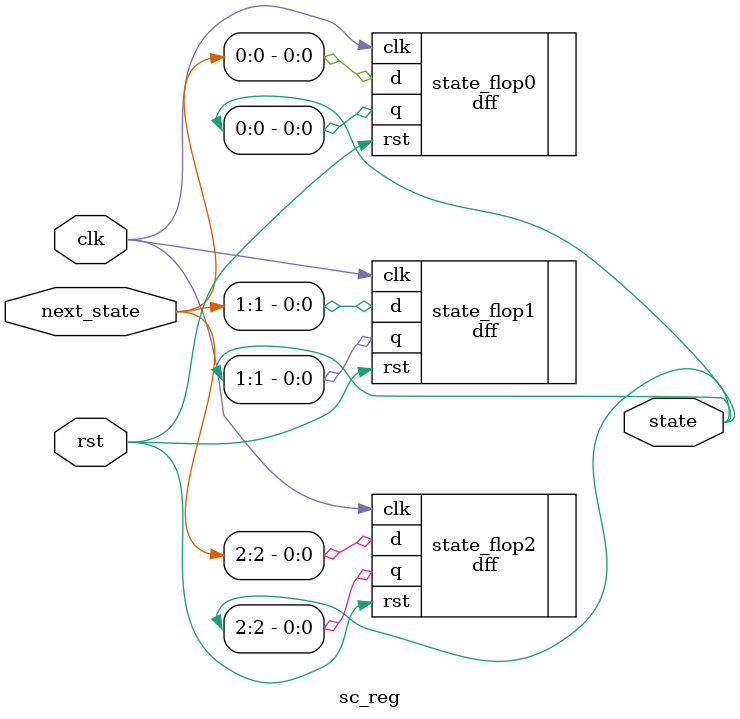
<source format=v>
module sc_reg(state, next_state, clk, rst);
	input [2:0] next_state;
	input clk;
	input rst;
	
	output [2:0] state;
	
	dff state_flop2(.d(next_state[2]), .q(state[2]), .clk(clk), .rst(rst));
	dff state_flop1(.d(next_state[1]), .q(state[1]), .clk(clk), .rst(rst));
	dff state_flop0(.d(next_state[0]), .q(state[0]), .clk(clk), .rst(rst));

endmodule

</source>
